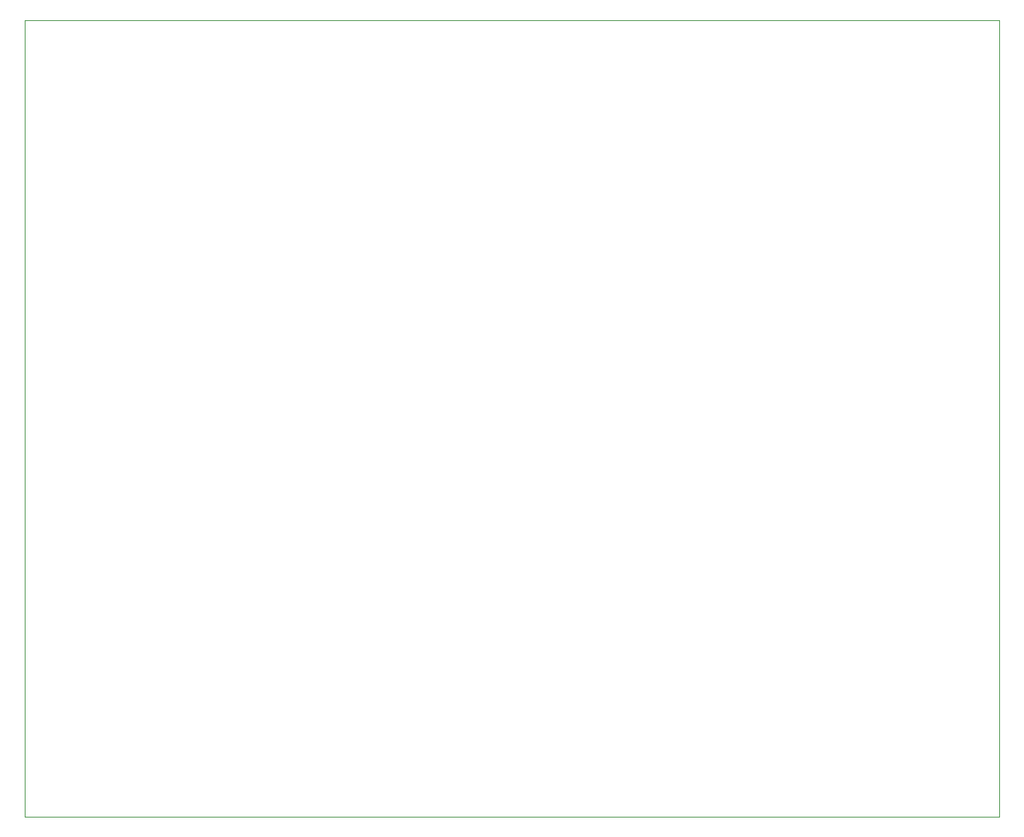
<source format=gbr>
%TF.GenerationSoftware,KiCad,Pcbnew,8.0.6*%
%TF.CreationDate,2024-12-09T21:22:34+01:00*%
%TF.ProjectId,mic1-cpu,6d696331-2d63-4707-952e-6b696361645f,rev?*%
%TF.SameCoordinates,Original*%
%TF.FileFunction,Profile,NP*%
%FSLAX46Y46*%
G04 Gerber Fmt 4.6, Leading zero omitted, Abs format (unit mm)*
G04 Created by KiCad (PCBNEW 8.0.6) date 2024-12-09 21:22:34*
%MOMM*%
%LPD*%
G01*
G04 APERTURE LIST*
%TA.AperFunction,Profile*%
%ADD10C,0.050000*%
%TD*%
G04 APERTURE END LIST*
D10*
X30500000Y-38000000D02*
X140500000Y-38000000D01*
X140500000Y-128000000D01*
X30500000Y-128000000D01*
X30500000Y-38000000D01*
M02*

</source>
